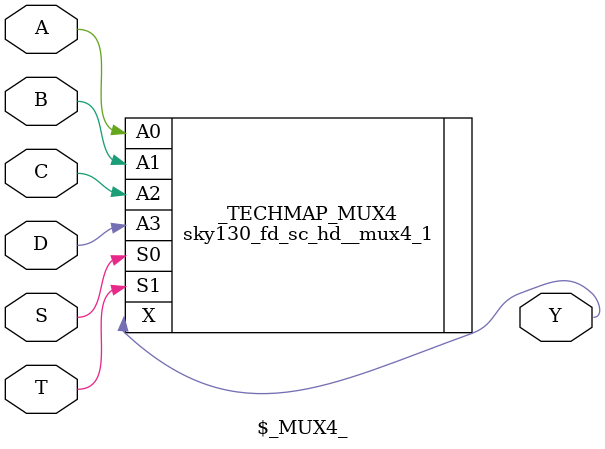
<source format=v>
module \$_MUX4_ (
    output Y,
    input A,
    input B,
    input C,
    input D,
    input S,
    input T
    );
  sky130_fd_sc_hd__mux4_1 _TECHMAP_MUX4 (
      .X(Y),
      .A0(A),
      .A1(B),
      .A2(C),
      .A3(D),
      .S0(S),
      .S1(T)
  );
endmodule

</source>
